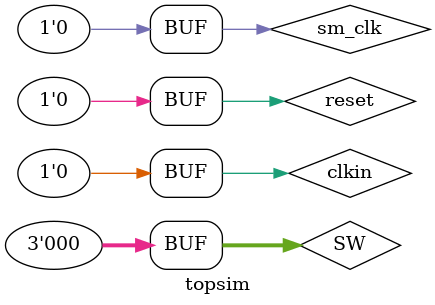
<source format=v>
`timescale 1ns / 1ps

module topsim; 
// Inputs 
reg clkin; 
reg sm_clk;
reg reset; 
//wire [31:0]input2;
wire [6:0] sm_duan;//¶ÎÂë
wire [3:0] sm_wei;//ÄÄ¸öÊýÂë¹Ü

wire [31:0]index;
wire [31:0]aluRes;
wire [31:0]instruction;

reg [2:0] SW;
// Instantiate the Unit Under Test (UUT) 
topmy uut( 
.clkin(clkin), 
.sm_clk(sm_clk),
.reset(reset) ,
.PC(index),
.aluRes(aluRes),
.instruction(instruction),
//.input2(input2),
//.branch_Addr(branch_addr),
.sm_duan(sm_duan),
.sm_wei(sm_wei),

.SW(SW)


); 
//wire reg_dst,jmp,branch, memread, memwrite, memtoreg,alu_src; 
//ire[1:0] aluop;

initial begin 
// Initialize Inputs 
clkin = 0; 
reset = 1; 
//index=0;
// Wait 100 ns for global reset to finish 
SW = 3'b000;
#10; 
reset = 0; 
end 
parameter PERIOD = 20; 
always begin 
clkin = 1'b1; 
#(PERIOD / 2) clkin = 1'b0; 
#(PERIOD / 2) ; 
//index=index+1;
end 

always begin
    #895 reset = 1;
    #10 reset = 0;
end
always begin
sm_clk = 1;
#0.01 sm_clk = 0;
#0.01 ;
end
endmodule 

</source>
